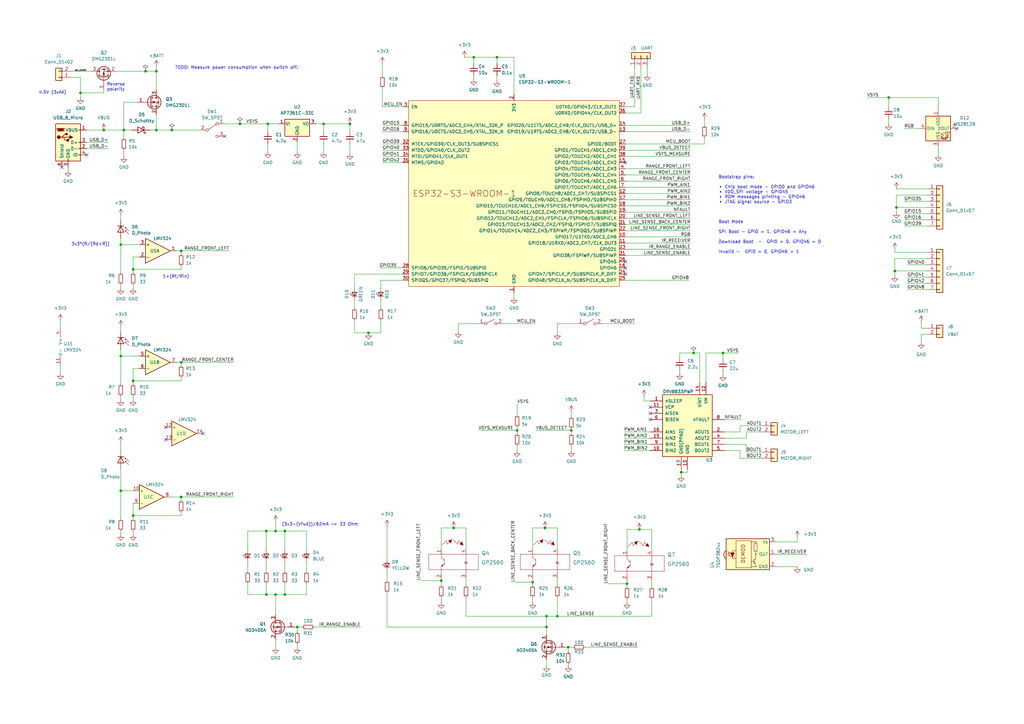
<source format=kicad_sch>
(kicad_sch (version 20211123) (generator eeschema)
  (paper "A3")
  (title_block (title "QRsumo") (date "2023-06-07") (rev "1.0") (company "Qrtech"))
  (junction (at 42.545 53.34))
  (junction (at 132.715 50.8))
  (junction (at 49.53 100.33))
  (junction (at 74.295 148.59))
  (junction (at 234.315 176.53))
  (junction (at 284.48 144.78))
  (junction (at 64.135 29.21))
  (junction (at 223.52 216.535))
  (junction (at 228.6 252.73))
  (junction (at 54.61 211.455))
  (junction (at 203.835 23.495))
  (junction (at 262.255 217.17))
  (junction (at 109.22 243.84))
  (junction (at 367.665 85.09))
  (junction (at 218.44 238.76))
  (junction (at 116.84 217.805))
  (junction (at 54.61 110.49))
  (junction (at 257.175 239.395))
  (junction (at 116.84 243.84))
  (junction (at 109.855 50.8))
  (junction (at 296.545 144.78))
  (junction (at 180.975 238.125))
  (junction (at 54.61 156.21))
  (junction (at 212.09 176.53))
  (junction (at 64.135 53.34))
  (junction (at 194.31 23.495))
  (junction (at 224.155 257.175))
  (junction (at 109.22 217.805))
  (junction (at 49.53 146.05))
  (junction (at 364.49 40.005))
  (junction (at 121.92 257.175))
  (junction (at 224.155 252.73))
  (junction (at 279.4 193.675))
  (junction (at 70.485 53.34))
  (junction (at 74.295 203.835))
  (junction (at 233.045 265.43))
  (junction (at 113.03 217.805))
  (junction (at 50.8 53.34))
  (junction (at 49.53 201.295))
  (junction (at 33.02 38.1))
  (junction (at 367.03 111.125))
  (junction (at 186.055 216.535))
  (junction (at 113.03 243.84))
  (junction (at 143.51 50.8))
  (junction (at 59.69 29.21))
  (junction (at 98.425 50.8))
  (junction (at 151.13 136.525))
  (junction (at 74.295 102.87))
  (no_connect (at 392.43 52.705))
  (no_connect (at 92.075 55.88))
  (no_connect (at 266.7 169.545))
  (no_connect (at 256.54 112.395))
  (no_connect (at 25.4 68.58))
  (no_connect (at 256.54 107.315))
  (no_connect (at 256.54 66.675))
  (no_connect (at 67.945 180.34))
  (no_connect (at 83.185 177.8))
  (no_connect (at 35.56 63.5))
  (no_connect (at 256.54 109.855))
  (no_connect (at 266.7 167.005))
  (no_connect (at 266.7 172.085))
  (no_connect (at 67.945 175.26))
  (wire (pts (xy 228.6 237.49) (xy 228.6 240.03)))
  (wire (pts (xy 380.365 103.505) (xy 367.03 103.505)))
  (wire (pts (xy 74.295 210.185) (xy 74.295 211.455)))
  (wire (pts (xy 156.845 51.435) (xy 165.1 51.435)))
  (wire (pts (xy 297.18 172.085) (xy 304.165 172.085)))
  (wire (pts (xy 234.315 175.895) (xy 234.315 176.53)))
  (wire (pts (xy 156.845 66.675) (xy 165.1 66.675)))
  (wire (pts (xy 54.61 162.56) (xy 54.61 163.83)))
  (wire (pts (xy 287.02 156.845) (xy 287.02 144.78)))
  (wire (pts (xy 224.155 252.73) (xy 224.155 257.175)))
  (wire (pts (xy 61.595 53.34) (xy 64.135 53.34)))
  (wire (pts (xy 284.48 144.78) (xy 287.02 144.78)))
  (wire (pts (xy 256.54 71.755) (xy 283.21 71.755)))
  (wire (pts (xy 54.61 110.49) (xy 54.61 111.76)))
  (wire (pts (xy 372.11 118.745) (xy 380.365 118.745)))
  (wire (pts (xy 367.665 80.01) (xy 380.365 80.01)))
  (wire (pts (xy 367.665 77.47) (xy 380.365 77.47)))
  (wire (pts (xy 257.175 239.395) (xy 257.175 240.665)))
  (wire (pts (xy 54.61 156.21) (xy 74.295 156.21)))
  (wire (pts (xy 101.6 239.395) (xy 101.6 243.84)))
  (wire (pts (xy 109.855 50.8) (xy 114.3 50.8)))
  (wire (pts (xy 156.845 59.055) (xy 165.1 59.055)))
  (wire (pts (xy 74.295 148.59) (xy 74.295 149.86)))
  (wire (pts (xy 156.21 118.11) (xy 156.21 114.935)))
  (wire (pts (xy 156.845 64.135) (xy 165.1 64.135)))
  (wire (pts (xy 278.765 146.685) (xy 278.765 144.78)))
  (wire (pts (xy 256.54 51.435) (xy 283.21 51.435)))
  (wire (pts (xy 377.825 137.16) (xy 377.825 140.335)))
  (wire (pts (xy 42.545 38.1) (xy 42.545 36.83)))
  (wire (pts (xy 288.925 48.895) (xy 288.925 51.435)))
  (wire (pts (xy 296.545 152.4) (xy 296.545 153.67)))
  (wire (pts (xy 158.75 257.175) (xy 224.155 257.175)))
  (wire (pts (xy 50.8 53.34) (xy 50.8 56.515)))
  (wire (pts (xy 380.365 106.045) (xy 367.03 106.045)))
  (wire (pts (xy 370.84 90.17) (xy 380.365 90.17)))
  (wire (pts (xy 24.765 153.035) (xy 24.765 149.86)))
  (wire (pts (xy 42.545 53.34) (xy 50.8 53.34)))
  (wire (pts (xy 318.135 222.25) (xy 327.025 222.25)))
  (wire (pts (xy 267.335 238.125) (xy 267.335 240.665)))
  (wire (pts (xy 109.22 217.805) (xy 109.22 225.425)))
  (wire (pts (xy 318.135 227.33) (xy 330.835 227.33)))
  (wire (pts (xy 165.1 43.815) (xy 156.845 43.815)))
  (wire (pts (xy 125.73 239.395) (xy 125.73 243.84)))
  (wire (pts (xy 70.485 53.34) (xy 81.915 53.34)))
  (wire (pts (xy 74.295 102.87) (xy 74.295 104.14)))
  (wire (pts (xy 180.975 224.79) (xy 180.975 216.535)))
  (wire (pts (xy 101.6 230.505) (xy 101.6 234.315)))
  (wire (pts (xy 194.31 31.115) (xy 194.31 32.385)))
  (wire (pts (xy 234.315 176.53) (xy 234.315 177.8)))
  (wire (pts (xy 54.61 211.455) (xy 74.295 211.455)))
  (wire (pts (xy 74.295 154.94) (xy 74.295 156.21)))
  (wire (pts (xy 233.045 273.05) (xy 233.045 272.415)))
  (wire (pts (xy 210.82 23.495) (xy 210.82 38.735)))
  (wire (pts (xy 33.02 31.75) (xy 33.02 38.1)))
  (wire (pts (xy 156.21 123.19) (xy 156.21 126.365)))
  (wire (pts (xy 278.765 144.78) (xy 284.48 144.78)))
  (wire (pts (xy 303.53 174.625) (xy 303.53 177.165)))
  (wire (pts (xy 303.53 187.96) (xy 312.42 187.96)))
  (wire (pts (xy 364.49 40.005) (xy 384.81 40.005)))
  (wire (pts (xy 279.4 193.675) (xy 279.4 192.405)))
  (wire (pts (xy 256.54 114.935) (xy 282.575 114.935)))
  (wire (pts (xy 210.82 120.015) (xy 210.82 121.92)))
  (wire (pts (xy 49.53 162.56) (xy 49.53 163.83)))
  (wire (pts (xy 256.54 53.975) (xy 283.21 53.975)))
  (wire (pts (xy 57.15 100.33) (xy 49.53 100.33)))
  (wire (pts (xy 113.03 213.995) (xy 113.03 217.805)))
  (wire (pts (xy 256.54 69.215) (xy 283.21 69.215)))
  (wire (pts (xy 50.8 61.595) (xy 50.8 64.135)))
  (wire (pts (xy 257.175 217.17) (xy 262.255 217.17)))
  (wire (pts (xy 49.53 146.05) (xy 49.53 157.48)))
  (wire (pts (xy 303.53 174.625) (xy 312.42 174.625)))
  (wire (pts (xy 29.21 29.21) (xy 37.465 29.21)))
  (wire (pts (xy 306.07 179.705) (xy 297.18 179.705)))
  (wire (pts (xy 72.39 148.59) (xy 74.295 148.59)))
  (wire (pts (xy 256.54 86.995) (xy 283.21 86.995)))
  (wire (pts (xy 191.135 245.11) (xy 191.135 252.73)))
  (wire (pts (xy 364.49 43.815) (xy 364.49 40.005)))
  (wire (pts (xy 145.415 136.525) (xy 151.13 136.525)))
  (wire (pts (xy 121.92 257.175) (xy 123.825 257.175)))
  (wire (pts (xy 54.61 217.805) (xy 54.61 219.075)))
  (wire (pts (xy 212.09 175.26) (xy 212.09 176.53)))
  (wire (pts (xy 54.61 116.84) (xy 54.61 118.11)))
  (wire (pts (xy 372.11 116.205) (xy 380.365 116.205)))
  (wire (pts (xy 257.175 247.015) (xy 257.175 245.745)))
  (wire (pts (xy 256.54 104.775) (xy 283.21 104.775)))
  (wire (pts (xy 74.295 203.835) (xy 74.295 205.105)))
  (wire (pts (xy 24.765 131.445) (xy 24.765 134.62)))
  (wire (pts (xy 125.73 230.505) (xy 125.73 234.315)))
  (wire (pts (xy 54.61 156.21) (xy 54.61 157.48)))
  (wire (pts (xy 296.545 144.78) (xy 296.545 147.32)))
  (wire (pts (xy 196.215 132.715) (xy 187.96 132.715)))
  (wire (pts (xy 372.11 113.665) (xy 380.365 113.665)))
  (wire (pts (xy 256.54 84.455) (xy 283.21 84.455)))
  (wire (pts (xy 206.375 132.715) (xy 219.71 132.715)))
  (wire (pts (xy 113.03 243.84) (xy 113.03 252.095)))
  (wire (pts (xy 370.84 87.63) (xy 380.365 87.63)))
  (wire (pts (xy 224.155 252.73) (xy 228.6 252.73)))
  (wire (pts (xy 129.54 50.8) (xy 132.715 50.8)))
  (wire (pts (xy 49.53 201.295) (xy 49.53 212.725)))
  (wire (pts (xy 49.53 100.33) (xy 49.53 111.76)))
  (wire (pts (xy 54.61 110.49) (xy 74.295 110.49)))
  (wire (pts (xy 64.135 53.34) (xy 70.485 53.34)))
  (wire (pts (xy 228.6 252.73) (xy 267.335 252.73)))
  (wire (pts (xy 236.855 132.715) (xy 228.6 132.715)))
  (wire (pts (xy 116.84 217.805) (xy 113.03 217.805)))
  (wire (pts (xy 190.5 23.495) (xy 194.31 23.495)))
  (wire (pts (xy 33.02 38.1) (xy 42.545 38.1)))
  (wire (pts (xy 109.22 239.395) (xy 109.22 243.84)))
  (wire (pts (xy 367.03 111.125) (xy 380.365 111.125)))
  (wire (pts (xy 228.6 216.535) (xy 223.52 216.535)))
  (wire (pts (xy 113.03 243.84) (xy 116.84 243.84)))
  (wire (pts (xy 218.44 237.49) (xy 218.44 238.76)))
  (wire (pts (xy 249.555 239.395) (xy 257.175 239.395)))
  (wire (pts (xy 255.905 179.705) (xy 266.7 179.705)))
  (wire (pts (xy 384.81 60.325) (xy 384.81 63.5)))
  (wire (pts (xy 33.02 38.1) (xy 33.02 40.005)))
  (wire (pts (xy 297.18 184.785) (xy 303.53 184.785)))
  (wire (pts (xy 187.96 132.715) (xy 187.96 135.89)))
  (wire (pts (xy 29.21 31.75) (xy 33.02 31.75)))
  (wire (pts (xy 289.56 144.78) (xy 296.545 144.78)))
  (wire (pts (xy 101.6 225.425) (xy 101.6 217.805)))
  (wire (pts (xy 265.43 27.94) (xy 265.43 30.48)))
  (wire (pts (xy 156.21 114.935) (xy 165.1 114.935)))
  (wire (pts (xy 143.51 50.8) (xy 143.51 53.975)))
  (wire (pts (xy 74.295 203.835) (xy 95.885 203.835)))
  (wire (pts (xy 256.54 61.595) (xy 283.21 61.595)))
  (wire (pts (xy 367.03 106.045) (xy 367.03 111.125)))
  (wire (pts (xy 49.53 116.84) (xy 49.53 118.11)))
  (wire (pts (xy 218.44 216.535) (xy 223.52 216.535)))
  (wire (pts (xy 54.61 151.13) (xy 54.61 156.21)))
  (wire (pts (xy 158.75 215.9) (xy 158.75 229.235)))
  (wire (pts (xy 121.92 264.16) (xy 121.92 265.43)))
  (wire (pts (xy 264.16 162.56) (xy 264.16 164.465)))
  (wire (pts (xy 64.135 29.21) (xy 64.135 36.83)))
  (wire (pts (xy 203.835 23.495) (xy 203.835 26.035)))
  (wire (pts (xy 47.625 29.21) (xy 59.69 29.21)))
  (wire (pts (xy 377.825 132.08) (xy 377.825 134.62)))
  (wire (pts (xy 355.6 40.005) (xy 364.49 40.005)))
  (wire (pts (xy 260.35 43.815) (xy 256.54 43.815)))
  (wire (pts (xy 64.135 27.305) (xy 64.135 29.21)))
  (wire (pts (xy 256.54 79.375) (xy 283.21 79.375)))
  (wire (pts (xy 128.905 257.175) (xy 147.955 257.175)))
  (wire (pts (xy 74.295 102.87) (xy 93.98 102.87)))
  (wire (pts (xy 49.53 143.51) (xy 49.53 146.05)))
  (wire (pts (xy 101.6 243.84) (xy 109.22 243.84)))
  (wire (pts (xy 116.84 239.395) (xy 116.84 243.84)))
  (wire (pts (xy 191.135 237.49) (xy 191.135 240.03)))
  (wire (pts (xy 158.75 234.315) (xy 158.75 238.125)))
  (wire (pts (xy 367.665 80.01) (xy 367.665 85.09)))
  (wire (pts (xy 194.31 23.495) (xy 203.835 23.495)))
  (wire (pts (xy 306.07 185.42) (xy 312.42 185.42)))
  (wire (pts (xy 256.54 46.355) (xy 262.89 46.355)))
  (wire (pts (xy 377.825 137.16) (xy 380.365 137.16)))
  (wire (pts (xy 367.03 103.505) (xy 367.03 102.235)))
  (wire (pts (xy 224.155 257.175) (xy 224.155 260.35)))
  (wire (pts (xy 233.045 265.43) (xy 233.045 267.335)))
  (wire (pts (xy 27.94 68.58) (xy 27.94 69.85)))
  (wire (pts (xy 172.72 238.125) (xy 180.975 238.125)))
  (wire (pts (xy 180.975 237.49) (xy 180.975 238.125)))
  (wire (pts (xy 289.56 144.78) (xy 289.56 156.845)))
  (wire (pts (xy 327.025 222.25) (xy 327.025 220.345)))
  (wire (pts (xy 377.825 134.62) (xy 380.365 134.62)))
  (wire (pts (xy 256.54 94.615) (xy 283.21 94.615)))
  (wire (pts (xy 121.92 58.42) (xy 121.92 62.23)))
  (wire (pts (xy 240.03 265.43) (xy 261.62 265.43)))
  (wire (pts (xy 218.44 224.79) (xy 218.44 216.535)))
  (wire (pts (xy 132.715 50.8) (xy 143.51 50.8)))
  (wire (pts (xy 132.715 50.8) (xy 132.715 53.975)))
  (wire (pts (xy 49.53 88.265) (xy 49.53 90.17)))
  (wire (pts (xy 132.715 59.055) (xy 132.715 62.23)))
  (wire (pts (xy 264.16 164.465) (xy 266.7 164.465)))
  (wire (pts (xy 109.22 217.805) (xy 113.03 217.805)))
  (wire (pts (xy 203.835 31.115) (xy 203.835 33.02)))
  (wire (pts (xy 50.8 41.91) (xy 56.515 41.91)))
  (wire (pts (xy 109.22 243.84) (xy 113.03 243.84)))
  (wire (pts (xy 384.81 40.005) (xy 384.81 45.085)))
  (wire (pts (xy 74.295 148.59) (xy 95.885 148.59)))
  (wire (pts (xy 372.11 108.585) (xy 380.365 108.585)))
  (wire (pts (xy 196.215 176.53) (xy 212.09 176.53)))
  (wire (pts (xy 288.925 59.055) (xy 288.925 56.515)))
  (wire (pts (xy 256.54 99.695) (xy 283.21 99.695)))
  (wire (pts (xy 203.835 23.495) (xy 210.82 23.495)))
  (wire (pts (xy 370.84 92.71) (xy 380.365 92.71)))
  (wire (pts (xy 50.8 53.34) (xy 53.975 53.34)))
  (wire (pts (xy 211.455 238.76) (xy 218.44 238.76)))
  (wire (pts (xy 59.69 29.21) (xy 64.135 29.21)))
  (wire (pts (xy 312.42 177.165) (xy 306.07 177.165)))
  (wire (pts (xy 54.61 206.375) (xy 54.61 211.455)))
  (wire (pts (xy 191.135 224.79) (xy 191.135 216.535)))
  (wire (pts (xy 318.135 232.41) (xy 327.025 232.41)))
  (wire (pts (xy 180.975 247.015) (xy 180.975 245.11)))
  (wire (pts (xy 116.84 230.505) (xy 116.84 234.315)))
  (wire (pts (xy 50.8 53.34) (xy 50.8 41.91)))
  (wire (pts (xy 364.49 48.895) (xy 364.49 50.8)))
  (wire (pts (xy 165.1 112.395) (xy 145.415 112.395)))
  (wire (pts (xy 109.855 59.055) (xy 109.855 62.23)))
  (wire (pts (xy 69.85 203.835) (xy 74.295 203.835)))
  (wire (pts (xy 49.53 201.295) (xy 54.61 201.295)))
  (wire (pts (xy 54.61 105.41) (xy 57.15 105.41)))
  (wire (pts (xy 297.18 177.165) (xy 303.53 177.165)))
  (wire (pts (xy 92.075 50.8) (xy 98.425 50.8)))
  (wire (pts (xy 256.54 102.235) (xy 283.21 102.235)))
  (wire (pts (xy 255.905 182.245) (xy 266.7 182.245)))
  (wire (pts (xy 219.71 176.53) (xy 234.315 176.53)))
  (wire (pts (xy 370.84 82.55) (xy 380.365 82.55)))
  (wire (pts (xy 255.905 184.785) (xy 266.7 184.785)))
  (wire (pts (xy 370.84 52.705) (xy 377.19 52.705)))
  (wire (pts (xy 125.73 217.805) (xy 125.73 225.425)))
  (wire (pts (xy 267.335 225.425) (xy 267.335 217.17)))
  (wire (pts (xy 255.905 177.165) (xy 266.7 177.165)))
  (wire (pts (xy 116.84 225.425) (xy 116.84 217.805)))
  (wire (pts (xy 367.03 113.03) (xy 367.03 111.125)))
  (wire (pts (xy 306.07 182.245) (xy 306.07 185.42)))
  (wire (pts (xy 260.35 27.94) (xy 260.35 43.815)))
  (wire (pts (xy 281.94 192.405) (xy 281.94 193.675)))
  (wire (pts (xy 35.56 60.96) (xy 44.45 60.96)))
  (wire (pts (xy 367.665 85.09) (xy 367.665 86.995)))
  (wire (pts (xy 267.335 217.17) (xy 262.255 217.17)))
  (wire (pts (xy 156.845 53.975) (xy 165.1 53.975)))
  (wire (pts (xy 145.415 112.395) (xy 145.415 118.11)))
  (wire (pts (xy 218.44 238.76) (xy 218.44 240.03)))
  (wire (pts (xy 156.845 36.195) (xy 156.845 43.815)))
  (wire (pts (xy 109.855 50.8) (xy 109.855 53.975)))
  (wire (pts (xy 155.575 109.855) (xy 165.1 109.855)))
  (wire (pts (xy 49.53 181.61) (xy 49.53 184.785)))
  (wire (pts (xy 191.135 216.535) (xy 186.055 216.535)))
  (wire (pts (xy 297.18 182.245) (xy 306.07 182.245)))
  (wire (pts (xy 145.415 131.445) (xy 145.415 136.525)))
  (wire (pts (xy 256.54 74.295) (xy 283.21 74.295)))
  (wire (pts (xy 120.65 257.175) (xy 121.92 257.175)))
  (wire (pts (xy 113.03 262.255) (xy 113.03 265.43)))
  (wire (pts (xy 281.94 193.675) (xy 279.4 193.675)))
  (wire (pts (xy 257.175 238.125) (xy 257.175 239.395)))
  (wire (pts (xy 303.53 184.785) (xy 303.53 187.96)))
  (wire (pts (xy 256.54 97.155) (xy 283.21 97.155)))
  (wire (pts (xy 267.335 245.745) (xy 267.335 252.73)))
  (wire (pts (xy 218.44 245.11) (xy 218.44 247.015)))
  (wire (pts (xy 228.6 224.79) (xy 228.6 216.535)))
  (wire (pts (xy 256.54 81.915) (xy 283.21 81.915)))
  (wire (pts (xy 54.61 211.455) (xy 54.61 212.725)))
  (wire (pts (xy 35.56 53.34) (xy 42.545 53.34)))
  (wire (pts (xy 72.39 102.87) (xy 74.295 102.87)))
  (wire (pts (xy 49.53 192.405) (xy 49.53 201.295)))
  (wire (pts (xy 74.295 110.49) (xy 74.295 109.22)))
  (wire (pts (xy 49.53 97.79) (xy 49.53 100.33)))
  (wire (pts (xy 224.155 270.51) (xy 224.155 273.05)))
  (wire (pts (xy 306.07 177.165) (xy 306.07 179.705)))
  (wire (pts (xy 116.84 217.805) (xy 125.73 217.805)))
  (wire (pts (xy 278.765 151.765) (xy 278.765 153.035)))
  (wire (pts (xy 156.845 61.595) (xy 165.1 61.595)))
  (wire (pts (xy 231.775 265.43) (xy 233.045 265.43)))
  (wire (pts (xy 64.135 46.99) (xy 64.135 53.34)))
  (wire (pts (xy 212.09 165.735) (xy 212.09 170.18)))
  (wire (pts (xy 180.975 216.535) (xy 186.055 216.535)))
  (wire (pts (xy 156.845 26.035) (xy 156.845 31.115)))
  (wire (pts (xy 156.21 131.445) (xy 156.21 136.525)))
  (wire (pts (xy 256.54 76.835) (xy 283.21 76.835)))
  (wire (pts (xy 194.31 23.495) (xy 194.31 26.035)))
  (wire (pts (xy 49.53 217.805) (xy 49.53 219.075)))
  (wire (pts (xy 180.975 238.125) (xy 180.975 240.03)))
  (wire (pts (xy 191.135 252.73) (xy 224.155 252.73)))
  (wire (pts (xy 296.545 144.78) (xy 302.895 144.78)))
  (wire (pts (xy 49.53 133.985) (xy 49.53 135.89)))
  (wire (pts (xy 109.22 230.505) (xy 109.22 234.315)))
  (wire (pts (xy 101.6 217.805) (xy 109.22 217.805)))
  (wire (pts (xy 233.045 265.43) (xy 234.95 265.43)))
  (wire (pts (xy 256.54 92.075) (xy 283.21 92.075)))
  (wire (pts (xy 234.315 168.91) (xy 234.315 170.815)))
  (wire (pts (xy 256.54 89.535) (xy 283.21 89.535)))
  (wire (pts (xy 212.09 182.88) (xy 212.09 184.785)))
  (wire (pts (xy 228.6 132.715) (xy 228.6 136.525)))
  (wire (pts (xy 35.56 58.42) (xy 44.45 58.42)))
  (wire (pts (xy 57.15 146.05) (xy 49.53 146.05)))
  (wire (pts (xy 54.61 151.13) (xy 57.15 151.13)))
  (wire (pts (xy 256.54 64.135) (xy 283.21 64.135)))
  (wire (pts (xy 256.54 59.055) (xy 288.925 59.055)))
  (wire (pts (xy 257.175 225.425) (xy 257.175 217.17)))
  (wire (pts (xy 121.92 257.175) (xy 121.92 259.08)))
  (wire (pts (xy 98.425 50.8) (xy 109.855 50.8)))
  (wire (pts (xy 367.665 85.09) (xy 380.365 85.09)))
  (wire (pts (xy 143.51 59.055) (xy 143.51 62.865)))
  (wire (pts (xy 212.09 176.53) (xy 212.09 177.8)))
  (wire (pts (xy 247.015 132.715) (xy 260.35 132.715)))
  (wire (pts (xy 54.61 105.41) (xy 54.61 110.49)))
  (wire (pts (xy 279.4 193.675) (xy 279.4 194.945)))
  (wire (pts (xy 145.415 123.19) (xy 145.415 126.365)))
  (wire (pts (xy 262.89 46.355) (xy 262.89 27.94)))
  (wire (pts (xy 158.75 243.205) (xy 158.75 257.175)))
  (wire (pts (xy 228.6 252.73) (xy 228.6 245.11)))
  (wire (pts (xy 151.13 136.525) (xy 156.21 136.525)))
  (wire (pts (xy 125.73 243.84) (xy 116.84 243.84)))
  (wire (pts (xy 234.315 182.88) (xy 234.315 184.785)))
  (text "3v3*(R/(Rd+R))" (at 29.21 100.965 0) (effects (font (size 1.27 1.27)) (justify left bottom)))
  (text "Bootstrap pins:\n\n• Chip boot mode - GPIO0 and GPIO46\n• VDD_SPI voltage - GPIO45\n• ROM messages printing - GPIO46\n• JTAG signal source - GPIO3\n\n \n\nBoot Mode\n\nSPI Boot - GPI0 = 1, GPIO46 = Any\n\nDownload Boot  -  GPI0 = 0, GPIO46 = 0\n\nInvalid -  GPI0 = 0, GPIO46 = 1" (at 294.64 104.14 0) (effects (font (size 1.27 1.27)) (justify left bottom)))
  (text "Reverse\npolarity" (at 43.815 37.465 0) (effects (font (size 1.27 1.27)) (justify left bottom)))
  (text "TODO: Measure power consumption when switch off." (at 71.755 28.575 0) (effects (font (size 1.27 1.27)) (justify left bottom)))
  (text "1+(Rf/Rin)" (at 66.675 114.3 0) (effects (font (size 1.27 1.27)) (justify left bottom)))
  (text "4.5V (3xAA)" (at 15.875 38.735 0) (effects (font (size 1.27 1.27)) (justify left bottom)))
  (text "(3v3-(Vfwd))/62mA ~= 33 Ohm" (at 115.57 215.9 0) (effects (font (size 1.27 1.27)) (justify left bottom)))
  (label "PWM_BIN2" (at 255.905 184.785 0))
  (label "GPIO15" (at 156.845 51.435 0))
  (label "LINE_SENSE_ENABLE" (at 283.21 104.775 180))
  (label "LINE_SENSE_FRONT_LEFT" (at 283.21 89.535 180))
  (label "GPIO15" (at 370.84 87.63 0))
  (label "VSYS" (at 100.965 50.8 0))
  (label "LINE_SENSE_BACK_CENTER" (at 283.21 92.075 180))
  (label "USB_D-" (at 44.45 60.96 180))
  (label "VSYS" (at 212.09 165.735 0))
  (label "GPIO40" (at 156.845 61.595 0))
  (label "RGB" (at 370.84 52.705 0))
  (label "GPIO39" (at 156.845 59.055 0))
  (label "USB_D+" (at 283.21 51.435 180))
  (label "IR_RANGE_ENABLE" (at 147.955 257.175 180))
  (label "PWM_AIN2" (at 255.905 179.705 0))
  (label "BAT_UNPROT" (at 35.56 29.21 180) (effects (font (size 0.5 0.5))))
  (label "LINE_SENSE_ENABLE" (at 261.62 265.43 180))
  (label "UART_TX0" (at 260.35 31.115 270))
  (label "GPIO35" (at 155.575 109.855 0))
  (label "MCU_EN" (at 219.71 132.715 180))
  (label "MCU_BOOT" (at 260.35 132.715 180))
  (label "USB_D+" (at 44.45 58.42 180))
  (label "AOUT2" (at 312.42 177.165 180))
  (label "LINE_SENSE_FRONT_LEFT" (at 172.72 238.125 90))
  (label "LINE_SENSE_FRONT_RIGHT" (at 283.21 94.615 180))
  (label "RGB" (at 283.21 97.155 180))
  (label "GPIO35" (at 370.84 82.55 0))
  (label "RANGE_FRONT_RIGHT" (at 283.21 74.295 180))
  (label "VBUS_DETECT" (at 219.71 176.53 0))
  (label "PWM_BIN2" (at 283.21 84.455 180))
  (label "MCU_EN" (at 165.1 43.815 180))
  (label "RANGE_FRONT_CENTER" (at 95.885 148.59 180))
  (label "RANGE_FRONT_RIGHT" (at 95.885 203.835 180))
  (label "PWM_BIN1" (at 255.905 182.245 0))
  (label "GPIO42" (at 372.11 116.205 0))
  (label "LINE_SENSE" (at 243.84 252.73 180))
  (label "GPIO41" (at 156.845 64.135 0))
  (label "MCU_BOOT" (at 283.21 59.055 180))
  (label "IR_RANGE_ENABLE" (at 283.21 102.235 180))
  (label "GPIO42" (at 156.845 66.675 0))
  (label "PWM_AIN2" (at 283.21 79.375 180))
  (label "UART_RX0" (at 262.89 31.115 270))
  (label "USB_D-" (at 283.21 53.975 180))
  (label "IR_RECEIVER" (at 283.21 99.695 180))
  (label "NFAULT" (at 283.21 86.995 180))
  (label "NFAULT" (at 304.165 172.085 180))
  (label "BOUT1" (at 312.42 185.42 180))
  (label "GPIO16" (at 156.845 53.975 0))
  (label "IR_RECEIVER" (at 330.835 227.33 180))
  (label "GPIO48" (at 372.11 118.745 0))
  (label "RANGE_FRONT_CENTER" (at 283.21 71.755 180))
  (label "AOUT1" (at 312.42 174.625 180))
  (label "GPIO39" (at 370.84 92.71 0))
  (label "BOUT2" (at 312.42 187.96 180))
  (label "GPIO48" (at 282.575 114.935 180))
  (label "VSYS" (at 302.895 144.78 180))
  (label "VSYS_MEASURE" (at 283.21 64.135 180))
  (label "GPIO40" (at 372.11 108.585 0))
  (label "VSYS" (at 355.6 40.005 0))
  (label "RANGE_FRONT_LEFT" (at 93.98 102.87 180))
  (label "GPIO41" (at 372.11 113.665 0))
  (label "VBUS_DETECT" (at 283.21 61.595 180))
  (label "PWM_AIN1" (at 255.905 177.165 0))
  (label "PWM_BIN1" (at 283.21 81.915 180))
  (label "LINE_SENSE_FRONT_RIGHT" (at 249.555 239.395 90))
  (label "VSYS_MEASURE" (at 196.215 176.53 0))
  (label "GPIO16" (at 370.84 90.17 0))
  (label "RANGE_FRONT_LEFT" (at 283.21 69.215 180))
  (label "LINE_SENSE_BACK_CENTER" (at 211.455 238.76 90))
  (label "PWM_AIN1" (at 283.21 76.835 180))
  (symbol (lib_id "Device:D_Photo") (at 49.53 189.865 270) (unit 1)
    (property "Reference" "D8" (at 41.275 193.04 90) (effects (justify left)))
    (property "Value" "D_Photo" (at 41.275 195.58 90) (effects (justify left)))
    (property "Footprint" "Connector_PinHeader_2.54mm:PinHeader_1x02_P2.54mm_Vertical" (effects hide))
  )
  (symbol (lib_id "Connector_Generic:Conn_01x02") (at 317.5 174.625 0) (unit 1)
    (property "Reference" "J4" (at 320.04 174.6249 0) (effects (justify left)))
    (property "Value" "MOTOR_LEFT" (at 320.04 177.1649 0) (effects (justify left)))
    (property "Footprint" "Connector_PinHeader_2.54mm:PinHeader_1x02_P2.54mm_Vertical" (effects hide))
  )
  (symbol (lib_id "power:+3V3") (at 186.055 216.535 0) (unit 1)
    (property "Reference" "#PWR0147" (effects hide))
    (property "Value" "+3V3" (at 186.055 211.455 0))
  )
  (symbol (lib_id "power:GND") (at 364.49 50.8 0) (unit 1)
    (property "Reference" "#PWR0154" (effects hide))
    (property "Value" "GND" (at 364.49 55.245 0))
  )
  (symbol (lib_id "power:GND") (at 33.02 40.005 0) (unit 1)
    (property "Reference" "#PWR0103" (effects hide))
    (property "Value" "GND" (at 33.02 44.45 0))
  )
  (symbol (lib_id "power:+3V3") (at 288.925 48.895 0) (unit 1)
    (property "Reference" "#PWR0137" (effects hide))
    (property "Value" "+3V3" (at 288.925 43.815 0))
  )
  (symbol (lib_id "Connector:USB_B_Micro") (at 27.94 58.42 0) (unit 1)
    (property "Reference" "J2" (at 27.94 45.72 0))
    (property "Value" "USB_B_Micro" (at 27.94 48.26 0))
    (property "Footprint" "QRsumo_FootprintLibrary:CONN_10118193-0001LF_AMP" (effects hide))
  )
  (symbol (lib_id "power:GND") (at 377.825 140.335 0) (unit 1)
    (property "Reference" "#PWR01" (effects hide))
    (property "Value" "GND" (at 377.825 145.415 0))
  )
  (symbol (lib_id "power:GND") (at 367.665 86.995 0) (unit 1)
    (property "Reference" "#PWR0129" (effects hide))
    (property "Value" "GND" (at 367.665 90.805 0))
  )
  (symbol (lib_id "power:PWR_FLAG") (at 70.485 53.34 0) (unit 1)
    (property "Reference" "#FLG0101" (effects hide))
    (property "Value" "PWR_FLAG" (effects hide))
  )
  (symbol (lib_id "Connector_Generic:Conn_01x02") (at 317.5 185.42 0) (unit 1)
    (property "Reference" "J5" (at 320.04 185.4199 0) (effects (justify left)))
    (property "Value" "MOTOR_RIGHT" (at 320.04 187.9599 0) (effects (justify left)))
    (property "Footprint" "Connector_PinHeader_2.54mm:PinHeader_1x02_P2.54mm_Vertical" (effects hide))
  )
  (symbol (lib_id "power:GND") (at 143.51 62.865 0) (unit 1)
    (property "Reference" "#PWR0123" (effects hide))
    (property "Value" "GND" (at 143.51 67.31 0))
  )
  (symbol (lib_id "power:GND") (at 109.855 62.23 0) (unit 1)
    (property "Reference" "#PWR0118" (effects hide))
    (property "Value" "GND" (at 109.855 66.675 0))
  )
  (symbol (lib_id "power:GND") (at 233.045 273.05 0) (unit 1)
    (property "Reference" "#PWR0157" (effects hide))
    (property "Value" "GND" (at 233.045 277.495 0))
  )
  (symbol (lib_id "Device:LED_Small") (at 125.73 227.965 90) (unit 1)
    (property "Reference" "D4" (at 128.27 226.6314 90) (effects (justify right)))
    (property "Value" "BLUE" (at 128.27 229.1714 90) (effects (justify right)))
    (property "Footprint" "LED_SMD:LED_0603_1608Metric" (effects hide))
  )
  (symbol (lib_id "power:GND") (at 121.92 265.43 0) (unit 1)
    (property "Reference" "#PWR0156" (effects hide))
    (property "Value" "GND" (at 121.92 269.875 0))
  )
  (symbol (lib_id "Device:R_Small") (at 74.295 106.68 0) (unit 1)
    (property "Reference" "R12" (at 76.2 105.4099 0) (effects (justify left)))
    (property "Value" "1k" (at 76.2 107.9499 0) (effects (justify left)))
    (property "Footprint" "Resistor_SMD:R_0603_1608Metric" (effects hide))
  )
  (symbol (lib_id "Transistor_FET:AO3400A") (at 226.695 265.43 0) (mirror y) (unit 1)
    (property "Reference" "Q6" (at 220.345 264.1599 0) (effects (justify left)))
    (property "Value" "AO3400A" (at 220.345 266.6999 0) (effects (justify left)))
    (property "Footprint" "Package_TO_SOT_SMD:SOT-23" (effects hide))
    (property "Datasheet" "http://www.aosmd.com/pdfs/datasheet/AO3400A.pdf" (effects hide))
  )
  (symbol (lib_id "power:GND") (at 54.61 219.075 0) (unit 1)
    (property "Reference" "#PWR0150" (effects hide))
    (property "Value" "GND" (at 54.61 223.52 0))
  )
  (symbol (lib_id "power:GND") (at 384.81 63.5 0) (unit 1)
    (property "Reference" "#PWR0128" (effects hide))
    (property "Value" "GND" (at 384.81 67.945 0))
  )
  (symbol (lib_id "Device:R_Small") (at 218.44 242.57 0) (unit 1)
    (property "Reference" "R25" (at 220.98 241.2999 0) (effects (justify left)))
    (property "Value" "1k" (at 220.98 243.8399 0) (effects (justify left)))
    (property "Footprint" "Resistor_SMD:R_0603_1608Metric" (effects hide))
  )
  (symbol (lib_id "Connector_Generic:Conn_01x02") (at 385.445 134.62 0) (unit 1)
    (property "Reference" "J8" (at 388.62 133.985 0) (effects (justify left)))
    (property "Value" "VBAT" (at 388.62 137.16 0) (effects (justify left)))
    (property "Footprint" "Connector_PinHeader_2.54mm:PinHeader_1x02_P2.54mm_Vertical" (effects hide))
  )
  (symbol (lib_id "Connector_Generic:Conn_01x03") (at 262.89 22.86 90) (unit 1)
    (property "Reference" "J3" (at 258.445 19.685 90) (effects (justify right)))
    (property "Value" "UART" (at 262.89 19.685 90) (effects (justify right)))
    (property "Footprint" "Connector_PinHeader_2.54mm:PinHeader_1x03_P2.54mm_Vertical" (effects hide))
  )
  (symbol (lib_id "power:+3V3") (at 49.53 88.265 0) (unit 1)
    (property "Reference" "#PWR0105" (effects hide))
    (property "Value" "+3V3" (at 49.53 83.185 0))
  )
  (symbol (lib_id "Device:R_Small") (at 158.75 240.665 180) (unit 1)
    (property "Reference" "R15" (at 161.29 239.3949 0) (effects (justify right)))
    (property "Value" "1k" (at 161.29 241.9349 0) (effects (justify right)))
    (property "Footprint" "Resistor_SMD:R_0603_1608Metric" (effects hide))
  )
  (symbol (lib_id "power:GND") (at 257.175 247.015 0) (unit 1)
    (property "Reference" "#PWR0145" (effects hide))
    (property "Value" "GND" (at 257.175 251.46 0))
  )
  (symbol (lib_id "Device:R_Small") (at 288.925 53.975 0) (unit 1)
    (property "Reference" "R29" (at 291.465 52.7049 0) (effects (justify left)))
    (property "Value" "10k" (at 291.465 55.2449 0) (effects (justify left)))
    (property "Footprint" "Resistor_SMD:R_0603_1608Metric" (effects hide))
  )
  (symbol (lib_id "Device:R_Small") (at 228.6 242.57 0) (unit 1)
    (property "Reference" "R26" (at 231.14 241.2999 0) (effects (justify left)))
    (property "Value" "1k" (at 231.14 243.8399 0) (effects (justify left)))
    (property "Footprint" "Resistor_SMD:R_0603_1608Metric" (effects hide))
  )
  (symbol (lib_id "Device:R_Small") (at 180.975 242.57 0) (unit 1)
    (property "Reference" "R21" (at 183.515 241.2999 0) (effects (justify left)))
    (property "Value" "1k" (at 183.515 243.8399 0) (effects (justify left)))
    (property "Footprint" "Resistor_SMD:R_0603_1608Metric" (effects hide))
  )
  (symbol (lib_id "Device:R_Small") (at 257.175 243.205 0) (unit 1)
    (property "Reference" "R27" (at 259.715 241.9349 0) (effects (justify left)))
    (property "Value" "1k" (at 259.715 244.4749 0) (effects (justify left)))
    (property "Footprint" "Resistor_SMD:R_0603_1608Metric" (effects hide))
  )
  (symbol (lib_id "power:+BATT") (at 64.135 27.305 0) (unit 1)
    (property "Reference" "#PWR0104" (effects hide))
    (property "Value" "+BATT" (at 64.135 22.86 0))
  )
  (symbol (lib_id "LED:WS2812B") (at 384.81 52.705 0) (unit 1)
    (property "Reference" "D12" (at 395.605 48.3743 0))
    (property "Value" "WS2812B" (at 395.605 50.9143 0))
    (property "Footprint" "LED_SMD:LED_WS2812B_PLCC4_5.0x5.0mm_P3.2mm" (effects hide))
    (property "Datasheet" "https://cdn-shop.adafruit.com/datasheets/WS2812B.pdf" (effects hide))
  )
  (symbol (lib_id "Device:C_Small") (at 143.51 56.515 0) (unit 1)
    (property "Reference" "C3" (at 146.05 55.2512 0) (effects (justify left)))
    (property "Value" "47u" (at 146.05 57.7912 0) (effects (justify left)))
    (property "Footprint" "Capacitor_SMD:C_0603_1608Metric" (effects hide))
  )
  (symbol (lib_id "Device:LED_Small") (at 116.84 227.965 90) (unit 1)
    (property "Reference" "D3" (at 119.38 227.9014 90) (effects (justify right)))
    (property "Value" "LED_Small" (effects hide))
    (property "Footprint" "Connector_PinHeader_2.54mm:PinHeader_1x02_P2.54mm_Vertical" (effects hide))
  )
  (symbol (lib_id "power:+3V3") (at 143.51 50.8 0) (unit 1)
    (property "Reference" "#PWR0122" (effects hide))
    (property "Value" "+3V3" (at 143.51 45.72 0))
  )
  (symbol (lib_id "Device:R_Small") (at 101.6 236.855 180) (unit 1)
    (property "Reference" "R1" (at 104.14 235.5849 0) (effects (justify right)))
    (property "Value" "33" (at 104.14 238.1249 0) (effects (justify right)))
    (property "Footprint" "Resistor_SMD:R_0603_1608Metric" (effects hide))
  )
  (symbol (lib_id "power:+3V3") (at 223.52 216.535 0) (unit 1)
    (property "Reference" "#PWR0152" (effects hide))
    (property "Value" "+3V3" (at 223.52 211.455 0))
  )
  (symbol (lib_id "power:GND") (at 210.82 121.92 0) (unit 1)
    (property "Reference" "#PWR0155" (effects hide))
    (property "Value" "GND" (at 210.82 126.365 0))
  )
  (symbol (lib_id "Device:R_Small") (at 49.53 215.265 180) (unit 1)
    (property "Reference" "R8" (at 44.45 213.995 0) (effects (justify right)))
    (property "Value" "1k" (at 43.18 216.535 0) (effects (justify right)))
    (property "Footprint" "Resistor_SMD:R_0603_1608Metric" (effects hide))
  )
  (symbol (lib_id "power:GND") (at 234.315 184.785 0) (unit 1)
    (property "Reference" "#PWR0117" (effects hide))
    (property "Value" "GND" (at 234.315 189.23 0))
  )
  (symbol (lib_id "power:+3V3") (at 158.75 215.9 0) (unit 1)
    (property "Reference" "#PWR0146" (effects hide))
    (property "Value" "+3V3" (at 158.75 210.82 0))
  )
  (symbol (lib_id "power:PWR_FLAG") (at 284.48 144.78 0) (unit 1)
    (property "Reference" "#FLG0104" (effects hide))
    (property "Value" "PWR_FLAG" (effects hide))
  )
  (symbol (lib_id "Device:C_Small") (at 109.855 56.515 0) (unit 1)
    (property "Reference" "C1" (at 113.03 55.2512 0) (effects (justify left)))
    (property "Value" "4.7u" (at 113.03 57.7912 0) (effects (justify left)))
    (property "Footprint" "Capacitor_SMD:C_0603_1608Metric" (effects hide))
  )
  (symbol (lib_id "Switch:SW_SPST") (at 201.295 132.715 0) (unit 1)
    (property "Reference" "SW2" (at 201.295 126.365 0))
    (property "Value" "SW_SPST" (at 201.295 128.905 0))
    (property "Footprint" "QRsumo_FootprintLibrary:PTS647_SPST_SNXX_SMTR2_4.5x4.5mm" (effects hide))
  )
  (symbol (lib_id "power:GND") (at 121.92 62.23 0) (unit 1)
    (property "Reference" "#PWR0119" (effects hide))
    (property "Value" "GND" (at 121.92 66.675 0))
  )
  (symbol (lib_id "Device:R_Small") (at 156.845 33.655 0) (unit 1)
    (property "Reference" "R18" (at 159.385 32.3849 0) (effects (justify left)))
    (property "Value" "10k" (at 159.385 34.9249 0) (effects (justify left)))
    (property "Footprint" "Resistor_SMD:R_0603_1608Metric" (effects hide))
  )
  (symbol (lib_id "power:GND") (at 212.09 184.785 0) (unit 1)
    (property "Reference" "#PWR0116" (effects hide))
    (property "Value" "GND" (at 212.09 189.23 0))
  )
  (symbol (lib_id "Device:R_Small") (at 145.415 128.905 0) (unit 1)
    (property "Reference" "R16" (at 147.32 127.6349 0) (effects (justify left)))
    (property "Value" "1k" (at 147.32 130.1749 0) (effects (justify left)))
    (property "Footprint" "Resistor_SMD:R_0603_1608Metric" (effects hide))
  )
  (symbol (lib_id "Amplifier_Operational:LMV324") (at 27.305 142.24 0) (unit 5)
    (property "Reference" "U1" (at 26.035 140.9699 0) (effects (justify left)))
    (property "Value" "LMV324" (at 26.035 143.5099 0) (effects (justify left)))
    (property "Footprint" "Package_SO:TSSOP-14_4.4x5mm_P0.65mm" (effects hide))
    (property "Datasheet" "http://www.ti.com/lit/ds/symlink/lmv324.pdf" (effects hide))
  )
  (symbol (lib_id "power:GND") (at 49.53 219.075 0) (unit 1)
    (property "Reference" "#PWR0149" (effects hide))
    (property "Value" "GND" (at 49.53 223.52 0))
  )
  (symbol (lib_id "power:GND") (at 327.025 232.41 0) (unit 1)
    (property "Reference" "#PWR0136" (effects hide))
    (property "Value" "GND" (at 329.565 233.6799 0) (effects (justify left)))
  )
  (symbol (lib_id "power:GND") (at 278.765 153.035 0) (unit 1)
    (property "Reference" "#PWR0139" (effects hide))
    (property "Value" "GND" (at 278.765 157.48 0))
  )
  (symbol (lib_id "power:GND") (at 180.975 247.015 0) (unit 1)
    (property "Reference" "#PWR0148" (effects hide))
    (property "Value" "GND" (at 180.975 251.46 0))
  )
  (symbol (lib_id "QRsumo_symbols:GP2S60") (at 257.175 225.425 0) (unit 1)
    (property "Reference" "Q7" (at 273.685 227.516 0) (effects (font (size 1.524 1.524)) (justify left)))
    (property "Value" "GP2S60" (at 273.685 231.326 0) (effects (font (size 1.524 1.524)) (justify left)))
    (property "Footprint" "QRsumo_FootprintLibrary:SHARP_GP2S60" (effects hide))
    (property "Datasheet" "GP2S60" (effects hide))
  )
  (symbol (lib_id "Device:R_Small") (at 233.045 269.875 180) (unit 1)
    (property "Reference" "R32" (at 227.965 268.605 0) (effects (justify right)))
    (property "Value" "10k" (at 227.965 271.145 0) (effects (justify right)))
    (property "Footprint" "Resistor_SMD:R_0603_1608Metric" (effects hide))
  )
  (symbol (lib_id "power:GND") (at 54.61 163.83 0) (unit 1)
    (property "Reference" "#PWR0112" (effects hide))
    (property "Value" "GND" (at 54.61 168.275 0))
  )
  (symbol (lib_id "power:GND") (at 49.53 118.11 0) (unit 1)
    (property "Reference" "#PWR0110" (effects hide))
    (property "Value" "GND" (at 49.53 122.555 0))
  )
  (symbol (lib_id "power:GND") (at 228.6 136.525 0) (unit 1)
    (property "Reference" "#PWR0153" (effects hide))
    (property "Value" "GND" (at 228.6 140.97 0))
  )
  (symbol (lib_id "Switch:SW_SPDT") (at 86.995 53.34 0) (unit 1)
    (property "Reference" "SW1" (at 86.995 45.72 0))
    (property "Value" "SW_SPDT" (at 86.995 48.26 0))
    (property "Footprint" "QRsumo_FootprintLibrary:EG1206A_EWI" (effects hide))
  )
  (symbol (lib_id "power:+3V3") (at 113.03 213.995 0) (unit 1)
    (property "Reference" "#PWR0126" (effects hide))
    (property "Value" "+3V3" (at 113.03 208.915 0))
  )
  (symbol (lib_id "Device:LED_Small") (at 101.6 227.965 90) (unit 1)
    (property "Reference" "D1" (at 104.14 227.9014 90) (effects (justify right)))
    (property "Value" "LED_Small" (effects hide))
    (property "Footprint" "Connector_PinHeader_2.54mm:PinHeader_1x02_P2.54mm_Vertical" (effects hide))
  )
  (symbol (lib_id "Switch:SW_SPST") (at 241.935 132.715 0) (unit 1)
    (property "Reference" "SW3" (at 241.935 126.365 0))
    (property "Value" "SW_SPST" (at 241.935 128.905 0))
    (property "Footprint" "QRsumo_FootprintLibrary:PTS647_SPST_SNXX_SMTR2_4.5x4.5mm" (effects hide))
  )
  (symbol (lib_id "Device:C_Small") (at 364.49 46.355 0) (unit 1)
    (property "Reference" "C8" (at 366.395 45.085 0) (effects (justify left)))
    (property "Value" "10u" (at 366.395 47.625 0) (effects (justify left)))
    (property "Footprint" "Capacitor_SMD:C_0603_1608Metric" (effects hide))
  )
  (symbol (lib_id "power:GND") (at 24.765 153.035 0) (unit 1)
    (property "Reference" "#PWR0109" (effects hide))
    (property "Value" "GND" (at 24.765 157.48 0))
  )
  (symbol (lib_id "Transistor_FET:DMG2301L") (at 61.595 41.91 0) (unit 1)
    (property "Reference" "Q3" (at 67.945 40.6399 0) (effects (justify left)))
    (property "Value" "DMG2301L" (at 67.945 43.1799 0) (effects (justify left)))
    (property "Footprint" "Package_TO_SOT_SMD:SOT-23" (effects hide))
    (property "Datasheet" "https://www.diodes.com/assets/Datasheets/DMG2301L.pdf" (effects hide))
  )
  (symbol (lib_name "GP2S60_1") (lib_id "QRsumo_symbols:GP2S60") (at 180.975 224.79 0) (unit 1)
    (property "Reference" "Q4" (at 197.485 226.881 0) (effects (font (size 1.524 1.524)) (justify left)))
    (property "Value" "GP2S60" (at 197.485 230.691 0) (effects (font (size 1.524 1.524)) (justify left)))
    (property "Footprint" "QRsumo_FootprintLibrary:SHARP_GP2S60" (effects hide))
    (property "Datasheet" "GP2S60" (effects hide))
  )
  (symbol (lib_id "power:GND") (at 151.13 136.525 0) (unit 1)
    (property "Reference" "#PWR0113" (effects hide))
    (property "Value" "GND" (at 151.13 140.97 0))
  )
  (symbol (lib_id "Device:R_Small") (at 125.73 236.855 180) (unit 1)
    (property "Reference" "R4" (at 128.27 235.5849 0) (effects (justify right)))
    (property "Value" "1k" (at 128.27 238.1249 0) (effects (justify right)))
    (property "Footprint" "Resistor_SMD:R_0603_1608Metric" (effects hide))
  )
  (symbol (lib_id "power:GND") (at 194.31 32.385 0) (unit 1)
    (property "Reference" "#PWR0142" (effects hide))
    (property "Value" "GND" (at 194.31 36.83 0))
  )
  (symbol (lib_id "Device:C_Small") (at 194.31 28.575 0) (unit 1)
    (property "Reference" "C4" (at 196.215 27.305 0) (effects (justify left)))
    (property "Value" "10u" (at 196.215 29.845 0) (effects (justify left)))
    (property "Footprint" "Capacitor_SMD:C_0603_1608Metric" (effects hide))
  )
  (symbol (lib_id "power:GND") (at 296.545 153.67 0) (unit 1)
    (property "Reference" "#PWR0140" (effects hide))
    (property "Value" "GND" (at 296.545 158.115 0))
  )
  (symbol (lib_id "Device:R_Small") (at 50.8 59.055 0) (unit 1)
    (property "Reference" "R5" (at 52.705 57.7849 0) (effects (justify left)))
    (property "Value" "10k" (at 52.705 60.3249 0) (effects (justify left)))
    (property "Footprint" "Resistor_SMD:R_0603_1608Metric" (effects hide))
  )
  (symbol (lib_id "power:+3V3") (at 24.765 131.445 0) (unit 1)
    (property "Reference" "#PWR0108" (effects hide))
    (property "Value" "+3V3" (at 24.765 126.365 0))
  )
  (symbol (lib_id "Device:C_Small") (at 278.765 149.225 0) (unit 1)
    (property "Reference" "C6" (at 281.94 147.9612 0) (effects (justify left)))
    (property "Value" "2.2u" (at 281.94 150.5012 0) (effects (justify left)))
    (property "Footprint" "Capacitor_SMD:C_0603_1608Metric" (effects hide))
  )
  (symbol (lib_id "power:+3V3") (at 327.025 220.345 0) (unit 1)
    (property "Reference" "#PWR0135" (effects hide))
    (property "Value" "+3V3" (at 329.565 219.0749 0) (effects (justify left)))
  )
  (symbol (lib_id "Amplifier_Operational:LMV324") (at 75.565 177.8 0) (unit 4)
    (property "Reference" "U1" (at 74.295 177.8 0))
    (property "Value" "LMV324" (at 76.835 172.085 0))
    (property "Footprint" "Package_SO:TSSOP-14_4.4x5mm_P0.65mm" (effects hide))
    (property "Datasheet" "http://www.ti.com/lit/ds/symlink/lmv324.pdf" (effects hide))
  )
  (symbol (lib_id "Device:R_Small") (at 74.295 207.645 0) (unit 1)
    (property "Reference" "R14" (at 76.2 206.3749 0) (effects (justify left)))
    (property "Value" "1k" (at 76.2 208.9149 0) (effects (justify left)))
    (property "Footprint" "Resistor_SMD:R_0603_1608Metric" (effects hide))
  )
  (symbol (lib_id "power:GND") (at 265.43 30.48 0) (unit 1)
    (property "Reference" "#PWR0158" (effects hide))
    (property "Value" "GND" (at 265.43 34.925 0))
  )
  (symbol (lib_id "power:GND") (at 27.94 69.85 0) (unit 1)
    (property "Reference" "#PWR0127" (effects hide))
    (property "Value" "GND" (at 27.94 74.295 0))
  )
  (symbol (lib_id "power:+3V3") (at 262.255 217.17 0) (unit 1)
    (property "Reference" "#PWR0134" (effects hide))
    (property "Value" "+3V3" (at 262.255 212.09 0))
  )
  (symbol (lib_id "Connector_Generic:Conn_01x07") (at 385.445 85.09 0) (unit 1)
    (property "Reference" "J6" (at 387.985 83.8199 0) (effects (justify left)))
    (property "Value" "Conn_01x07" (at 387.985 86.3599 0) (effects (justify left)))
    (property "Footprint" "Connector_PinHeader_2.54mm:PinHeader_1x07_P2.54mm_Vertical" (effects hide))
  )
  (symbol (lib_id "Device:C_Small") (at 203.835 28.575 0) (unit 1)
    (property "Reference" "C5" (at 205.74 27.305 0) (effects (justify left)))
    (property "Value" "0.1u" (at 205.74 29.845 0) (effects (justify left)))
    (property "Footprint" "Capacitor_SMD:C_0603_1608Metric" (effects hide))
  )
  (symbol (lib_id "power:GND") (at 54.61 118.11 0) (unit 1)
    (property "Reference" "#PWR0106" (effects hide))
    (property "Value" "GND" (at 54.61 122.555 0))
  )
  (symbol (lib_id "power:+3V3") (at 49.53 133.985 0) (unit 1)
    (property "Reference" "#PWR0107" (effects hide))
    (property "Value" "+3V3" (at 49.53 128.905 0))
  )
  (symbol (lib_id "Device:R_Small") (at 121.92 261.62 180) (unit 1)
    (property "Reference" "R30" (at 116.84 260.35 0) (effects (justify right)))
    (property "Value" "10k" (at 116.84 262.89 0) (effects (justify right)))
    (property "Footprint" "Resistor_SMD:R_0603_1608Metric" (effects hide))
  )
  (symbol (lib_id "power:GND") (at 218.44 247.015 0) (unit 1)
    (property "Reference" "#PWR0143" (effects hide))
    (property "Value" "GND" (at 218.44 251.46 0))
  )
  (symbol (lib_id "Transistor_FET:AO3400A") (at 115.57 257.175 0) (mirror y) (unit 1)
    (property "Reference" "Q1" (at 109.22 255.9049 0) (effects (justify left)))
    (property "Value" "AO3400A" (at 109.22 258.4449 0) (effects (justify left)))
    (property "Footprint" "Package_TO_SOT_SMD:SOT-23" (effects hide))
    (property "Datasheet" "http://www.aosmd.com/pdfs/datasheet/AO3400A.pdf" (effects hide))
  )
  (symbol (lib_id "Amplifier_Operational:LMV324") (at 62.23 203.835 0) (unit 3)
    (property "Reference" "U1" (at 60.96 203.835 0))
    (property "Value" "LMV324" (at 63.5 198.755 0))
    (property "Footprint" "Package_SO:TSSOP-14_4.4x5mm_P0.65mm" (effects hide))
    (property "Datasheet" "http://www.ti.com/lit/ds/symlink/lmv324.pdf" (effects hide))
  )
  (symbol (lib_id "Connector_Generic:Conn_01x07") (at 385.445 111.125 0) (unit 1)
    (property "Reference" "J7" (at 387.985 109.8549 0) (effects (justify left)))
    (property "Value" "Conn_01x07" (at 387.985 112.3949 0) (effects (justify left)))
    (property "Footprint" "Connector_PinHeader_2.54mm:PinHeader_1x07_P2.54mm_Vertical" (effects hide))
  )
  (symbol (lib_name "GP2S60_2") (lib_id "QRsumo_symbols:GP2S60") (at 218.44 224.79 0) (unit 1)
    (property "Reference" "Q5" (at 234.95 226.881 0) (effects (font (size 1.524 1.524)) (justify left)))
    (property "Value" "GP2S60" (at 234.95 230.691 0) (effects (font (size 1.524 1.524)) (justify left)))
    (property "Footprint" "QRsumo_FootprintLibrary:SHARP_GP2S60" (effects hide))
    (property "Datasheet" "GP2S60" (effects hide))
  )
  (symbol (lib_id "Device:R_Small") (at 191.135 242.57 0) (unit 1)
    (property "Reference" "R22" (at 193.675 241.2999 0) (effects (justify left)))
    (property "Value" "1k" (at 193.675 243.8399 0) (effects (justify left)))
    (property "Footprint" "Resistor_SMD:R_0603_1608Metric" (effects hide))
  )
  (symbol (lib_id "Interface_Optical:TSOP382xx") (at 307.975 227.33 0) (unit 1)
    (property "Reference" "U4" (at 292.1 233.045 90) (effects (justify left)))
    (property "Value" "TSOP382xx" (at 294.64 233.045 90) (effects (justify left)))
    (property "Footprint" "OptoDevice:Vishay_MINICAST-3Pin" (effects hide))
    (property "Datasheet" "http://www.vishay.com/docs/82491/tsop382.pdf" (effects hide))
  )
  (symbol (lib_id "Regulator_Linear:AP7361C-33E") (at 121.92 50.8 0) (unit 1)
    (property "Reference" "U2" (at 121.92 43.815 0))
    (property "Value" "AP7361C-33E" (at 121.92 46.355 0))
    (property "Footprint" "Package_TO_SOT_SMD:SOT-223-3_TabPin2" (effects hide))
    (property "Datasheet" "https://www.diodes.com/assets/Datasheets/AP7361C.pdf" (effects hide))
    (property "MPN" "AP7361C-33ER-13DITR-ND" (effects hide))
  )
  (symbol (lib_id "power:PWR_FLAG") (at 98.425 50.8 0) (unit 1)
    (property "Reference" "#FLG0103" (effects hide))
    (property "Value" "PWR_FLAG" (effects hide))
  )
  (symbol (lib_id "Device:C_Small") (at 132.715 56.515 0) (unit 1)
    (property "Reference" "C2" (at 135.89 55.2512 0) (effects (justify left)))
    (property "Value" "4.7u" (at 135.89 57.7912 0) (effects (justify left)))
    (property "Footprint" "Capacitor_SMD:C_0603_1608Metric" (effects hide))
  )
  (symbol (lib_id "Device:R_Small") (at 54.61 215.265 180) (unit 1)
    (property "Reference" "R11" (at 57.15 213.9949 0) (effects (justify right)))
    (property "Value" "33" (at 57.15 216.5349 0) (effects (justify right)))
    (property "Footprint" "Resistor_SMD:R_0603_1608Metric" (effects hide))
  )
  (symbol (lib_id "Device:LED_Small") (at 109.22 227.965 90) (unit 1)
    (property "Reference" "D2" (at 111.76 227.9014 90) (effects (justify right)))
    (property "Value" "LED_Small" (effects hide))
    (property "Footprint" "Connector_PinHeader_2.54mm:PinHeader_1x02_P2.54mm_Vertical" (effects hide))
  )
  (symbol (lib_id "power:GND") (at 49.53 163.83 0) (unit 1)
    (property "Reference" "#PWR0111" (effects hide))
    (property "Value" "GND" (at 49.53 168.275 0))
  )
  (symbol (lib_id "Device:R_Small") (at 234.315 173.355 0) (unit 1)
    (property "Reference" "R23" (at 236.22 172.0849 0) (effects (justify left)))
    (property "Value" "5k" (at 236.22 174.6249 0) (effects (justify left)))
    (property "Footprint" "Resistor_SMD:R_0603_1608Metric" (effects hide))
  )
  (symbol (lib_id "Device:R_Small") (at 212.09 172.72 0) (unit 1)
    (property "Reference" "R19" (at 213.995 171.4499 0) (effects (justify left)))
    (property "Value" "5k" (at 213.995 173.9899 0) (effects (justify left)))
    (property "Footprint" "Resistor_SMD:R_0603_1608Metric" (effects hide))
  )
  (symbol (lib_id "Device:LED_Small") (at 145.415 120.65 90) (unit 1)
    (property "Reference" "D10" (at 142.24 120.65 0))
    (property "Value" "GREEN" (at 147.955 120.65 0))
    (property "Footprint" "LED_SMD:LED_0603_1608Metric" (effects hide))
  )
  (symbol (lib_id "Device:R_Small") (at 212.09 180.34 0) (unit 1)
    (property "Reference" "R20" (at 213.995 179.0699 0) (effects (justify left)))
    (property "Value" "10k" (at 213.995 181.6099 0) (effects (justify left)))
    (property "Footprint" "Resistor_SMD:R_0603_1608Metric" (effects hide))
  )
  (symbol (lib_id "Amplifier_Operational:LMV324") (at 64.77 102.87 0) (unit 1)
    (property "Reference" "U1" (at 63.5 102.87 0))
    (property "Value" "LMV324" (at 66.675 97.79 0))
    (property "Footprint" "Package_SO:TSSOP-14_4.4x5mm_P0.65mm" (effects hide))
    (property "Datasheet" "http://www.ti.com/lit/ds/symlink/lmv324.pdf" (effects hide))
  )
  (symbol (lib_id "power:VBUS") (at 234.315 168.91 0) (unit 1)
    (property "Reference" "#PWR0114" (effects hide))
    (property "Value" "VBUS" (at 234.315 163.83 0))
  )
  (symbol (lib_id "Device:LED_Small") (at 156.21 120.65 90) (unit 1)
    (property "Reference" "D11" (at 153.035 120.65 0))
    (property "Value" "RED" (at 158.75 120.65 0))
    (property "Footprint" "LED_SMD:LED_0603_1608Metric" (effects hide))
  )
  (symbol (lib_id "Device:R_Small") (at 74.295 152.4 0) (unit 1)
    (property "Reference" "R13" (at 76.2 151.1299 0) (effects (justify left)))
    (property "Value" "1k" (at 76.2 153.6699 0) (effects (justify left)))
    (property "Footprint" "Resistor_SMD:R_0603_1608Metric" (effects hide))
  )
  (symbol (lib_id "power:+3V3") (at 190.5 23.495 0) (unit 1)
    (property "Reference" "#PWR0121" (effects hide))
    (property "Value" "+3V3" (at 190.5 18.415 0))
  )
  (symbol (lib_id "power:GND") (at 113.03 265.43 0) (unit 1)
    (property "Reference" "#PWR0101" (effects hide))
    (property "Value" "GND" (at 113.03 269.875 0))
  )
  (symbol (lib_id "Device:R_Small") (at 267.335 243.205 0) (unit 1)
    (property "Reference" "R28" (at 269.875 241.9349 0) (effects (justify left)))
    (property "Value" "1k" (at 269.875 244.4749 0) (effects (justify left)))
    (property "Footprint" "Resistor_SMD:R_0603_1608Metric" (effects hide))
  )
  (symbol (lib_id "power:GND") (at 367.03 113.03 0) (unit 1)
    (property "Reference" "#PWR0131" (effects hide))
    (property "Value" "GND" (at 367.03 117.475 0))
  )
  (symbol (lib_id "Device:R_Small") (at 49.53 160.02 180) (unit 1)
    (property "Reference" "R7" (at 44.45 158.75 0) (effects (justify right)))
    (property "Value" "1k" (at 43.18 161.29 0) (effects (justify right)))
    (property "Footprint" "Resistor_SMD:R_0603_1608Metric" (effects hide))
  )
  (symbol (lib_id "power:GND") (at 187.96 135.89 0) (unit 1)
    (property "Reference" "#PWR0115" (effects hide))
    (property "Value" "GND" (at 187.96 140.335 0))
  )
  (symbol (lib_id "Device:R_Small") (at 237.49 265.43 270) (unit 1)
    (property "Reference" "R33" (at 237.49 267.335 90))
    (property "Value" "100" (at 237.49 263.525 90))
    (property "Footprint" "Resistor_SMD:R_0603_1608Metric" (effects hide))
  )
  (symbol (lib_id "Amplifier_Operational:LMV324") (at 64.77 148.59 0) (unit 2)
    (property "Reference" "U1" (at 63.5 148.59 0))
    (property "Value" "LMV324" (at 66.675 143.51 0))
    (property "Footprint" "Package_SO:TSSOP-14_4.4x5mm_P0.65mm" (effects hide))
    (property "Datasheet" "http://www.ti.com/lit/ds/symlink/lmv324.pdf" (effects hide))
  )
  (symbol (lib_id "Device:D_Schottky") (at 57.785 53.34 180) (unit 1)
    (property "Reference" "D5" (at 58.1025 46.99 0))
    (property "Value" "D_Schottky" (at 58.1025 49.53 0))
    (property "Footprint" "Diode_SMD:D_SOD-123F" (effects hide))
  )
  (symbol (lib_id "power:GND") (at 132.715 62.23 0) (unit 1)
    (property "Reference" "#PWR0124" (effects hide))
    (property "Value" "GND" (at 132.715 66.675 0))
  )
  (symbol (lib_id "power:GND") (at 203.835 33.02 0) (unit 1)
    (property "Reference" "#PWR0141" (effects hide))
    (property "Value" "GND" (at 203.835 37.465 0))
  )
  (symbol (lib_id "Device:D_Photo") (at 49.53 95.25 270) (unit 1)
    (property "Reference" "D6" (at 53.975 93.0274 90) (effects (justify left)))
    (property "Value" "D_Photo" (at 53.975 95.5674 90) (effects (justify left)))
    (property "Footprint" "Connector_PinHeader_2.54mm:PinHeader_1x02_P2.54mm_Vertical" (effects hide))
  )
  (symbol (lib_id "Device:R_Small") (at 156.21 128.905 0) (unit 1)
    (property "Reference" "R17" (at 158.75 127.6349 0) (effects (justify left)))
    (property "Value" "1k" (at 158.75 130.1749 0) (effects (justify left)))
    (property "Footprint" "Resistor_SMD:R_0603_1608Metric" (effects hide))
  )
  (symbol (lib_id "power:VBUS") (at 42.545 53.34 0) (unit 1)
    (property "Reference" "#PWR0102" (effects hide))
    (property "Value" "VBUS" (at 42.545 48.26 0))
  )
  (symbol (lib_id "power:+3V3") (at 264.16 162.56 0) (unit 1)
    (property "Reference" "#PWR0138" (effects hide))
    (property "Value" "+3V3" (at 264.16 157.48 0))
  )
  (symbol (lib_id "power:+3V3") (at 367.03 102.235 0) (unit 1)
    (property "Reference" "#PWR0132" (effects hide))
    (property "Value" "+3V3" (at 367.03 97.155 0))
  )
  (symbol (lib_id "Espressif:ESP32-S3-WROOM-1") (at 210.82 79.375 0) (unit 1)
    (property "Reference" "U5" (at 212.8394 31.115 0) (effects (justify left)))
    (property "Value" "ESP32-S3-WROOM-1" (at 212.725 33.655 0) (effects (justify left)))
    (property "Footprint" "Espressif:ESP32-S3-WROOM-1U" (effects hide))
    (property "Reference_1" "U" (effects hide))
    (property "Value_1" "ESP32-S3-WROOM-1" (effects hide))
    (property "Footprint_1" "Espressif:ESP32-S3-WROOM-1" (effects hide))
    (property "Datasheet_1" "https://www.espressif.com/sites/default/files/documentation/esp32-s3-wroom-1_wroom-1u_datasheet_en.pdf" (effects hide))
  )
  (symbol (lib_id "Device:R_Small") (at 126.365 257.175 270) (unit 1)
    (property "Reference" "R31" (at 126.365 259.715 90))
    (property "Value" "100" (at 126.365 254.635 90))
    (property "Footprint" "Resistor_SMD:R_0603_1608Metric" (effects hide))
  )
  (symbol (lib_id "power:GND") (at 279.4 194.945 0) (unit 1)
    (property "Reference" "#PWR0133" (effects hide))
    (property "Value" "GND" (at 279.4 199.39 0))
  )
  (symbol (lib_id "power:PWR_FLAG") (at 59.69 29.21 0) (unit 1)
    (property "Reference" "#FLG0102" (effects hide))
    (property "Value" "PWR_FLAG" (effects hide))
  )
  (symbol (lib_id "power:+3V3") (at 367.665 77.47 0) (unit 1)
    (property "Reference" "#PWR0130" (effects hide))
    (property "Value" "+3V3" (at 367.665 72.39 0))
  )
  (symbol (lib_id "Transistor_FET:DMG2301L") (at 42.545 31.75 90) (unit 1)
    (property "Reference" "Q2" (at 42.545 21.59 90))
    (property "Value" "DMG2301L" (at 42.545 24.13 90))
    (property "Footprint" "Package_TO_SOT_SMD:SOT-23" (effects hide))
    (property "Datasheet" "https://www.diodes.com/assets/Datasheets/DMG2301L.pdf" (effects hide))
  )
  (symbol (lib_id "Device:D_Photo") (at 49.53 140.97 270) (unit 1)
    (property "Reference" "D7" (at 53.975 138.7474 90) (effects (justify left)))
    (property "Value" "D_Photo" (at 53.975 141.2874 90) (effects (justify left)))
    (property "Footprint" "Connector_PinHeader_2.54mm:PinHeader_1x02_P2.54mm_Vertical" (effects hide))
  )
  (symbol (lib_id "Driver_Motor:DRV8833PWP") (at 281.94 174.625 0) (unit 1)
    (property "Reference" "U3" (at 289.56 188.595 0) (effects (justify left)))
    (property "Value" "DRV8833PWP" (at 271.78 160.655 0) (effects (justify left)))
    (property "Footprint" "Package_SO:HTSSOP-16-1EP_4.4x5mm_P0.65mm_EP3.4x5mm_Mask2.46x2.31mm_ThermalVias" (effects hide))
    (property "Datasheet" "http://www.ti.com/lit/ds/symlink/drv8833.pdf" (effects hide))
  )
  (symbol (lib_id "Connector_Generic:Conn_01x02") (at 24.13 31.75 180) (unit 1)
    (property "Reference" "J1" (at 24.13 22.86 0))
    (property "Value" "Conn_01x02" (at 24.13 25.4 0))
    (property "Footprint" "Connector_PinHeader_2.54mm:PinHeader_1x02_P2.54mm_Vertical" (effects hide))
  )
  (symbol (lib_id "Device:R_Small") (at 54.61 114.3 180) (unit 1)
    (property "Reference" "R9" (at 57.15 113.0299 0) (effects (justify right)))
    (property "Value" "33" (at 57.15 115.5699 0) (effects (justify right)))
    (property "Footprint" "Resistor_SMD:R_0603_1608Metric" (effects hide))
  )
  (symbol (lib_id "power:GND") (at 50.8 64.135 0) (unit 1)
    (property "Reference" "#PWR0125" (effects hide))
    (property "Value" "GND" (at 50.8 68.58 0))
  )
  (symbol (lib_id "Device:R_Small") (at 116.84 236.855 180) (unit 1)
    (property "Reference" "R3" (at 119.38 235.5849 0) (effects (justify right)))
    (property "Value" "33" (at 119.38 238.1249 0) (effects (justify right)))
    (property "Footprint" "Resistor_SMD:R_0603_1608Metric" (effects hide))
  )
  (symbol (lib_id "Device:R_Small") (at 109.22 236.855 180) (unit 1)
    (property "Reference" "R2" (at 111.76 235.5849 0) (effects (justify right)))
    (property "Value" "33" (at 111.76 238.1249 0) (effects (justify right)))
    (property "Footprint" "Resistor_SMD:R_0603_1608Metric" (effects hide))
  )
  (symbol (lib_id "power:+BATT") (at 377.825 132.08 0) (unit 1)
    (property "Reference" "#PWR02" (effects hide))
    (property "Value" "+BATT" (at 377.825 127.635 0))
  )
  (symbol (lib_id "Device:R_Small") (at 54.61 160.02 180) (unit 1)
    (property "Reference" "R10" (at 57.15 158.7499 0) (effects (justify right)))
    (property "Value" "33" (at 57.15 161.2899 0) (effects (justify right)))
    (property "Footprint" "Resistor_SMD:R_0603_1608Metric" (effects hide))
  )
  (symbol (lib_id "Device:LED_Small") (at 158.75 231.775 90) (unit 1)
    (property "Reference" "D9" (at 160.655 230.4414 90) (effects (justify right)))
    (property "Value" "YELLOW" (at 160.655 232.9814 90) (effects (justify right)))
    (property "Footprint" "LED_SMD:LED_0603_1608Metric" (effects hide))
  )
  (symbol (lib_id "Device:R_Small") (at 234.315 180.34 0) (unit 1)
    (property "Reference" "R24" (at 236.22 179.0699 0) (effects (justify left)))
    (property "Value" "10k" (at 236.22 181.6099 0) (effects (justify left)))
    (property "Footprint" "Resistor_SMD:R_0603_1608Metric" (effects hide))
  )
  (symbol (lib_id "power:+3V3") (at 156.845 26.035 0) (unit 1)
    (property "Reference" "#PWR0120" (effects hide))
    (property "Value" "+3V3" (at 156.845 20.955 0))
  )
  (symbol (lib_id "Device:R_Small") (at 49.53 114.3 180) (unit 1)
    (property "Reference" "R6" (at 44.45 113.03 0) (effects (justify right)))
    (property "Value" "1k" (at 43.18 115.57 0) (effects (justify right)))
    (property "Footprint" "Resistor_SMD:R_0603_1608Metric" (effects hide))
  )
  (symbol (lib_id "Device:C_Small") (at 296.545 149.86 0) (unit 1)
    (property "Reference" "C7" (at 299.085 148.5962 0) (effects (justify left)))
    (property "Value" "22u" (at 299.085 151.1362 0) (effects (justify left)))
    (property "Footprint" "Capacitor_SMD:C_0603_1608Metric" (effects hide))
  )
  (symbol (lib_id "power:GND") (at 224.155 273.05 0) (unit 1)
    (property "Reference" "#PWR0144" (effects hide))
    (property "Value" "GND" (at 224.155 276.86 0))
  )
  (symbol (lib_id "power:+3V3") (at 49.53 181.61 0) (unit 1)
    (property "Reference" "#PWR0151" (effects hide))
    (property "Value" "+3V3" (at 49.53 176.53 0))
  )
)
</source>
